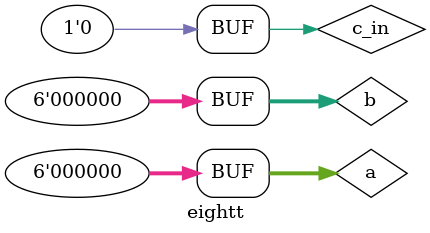
<source format=v>
`timescale 1ns / 1ps


module eightt;

	// Inputs
	reg [5:0] a;
	reg [5:0] b;
	reg c_in;

	// Outputs
	wire [7:0] S;
	wire c_out;

	// Instantiate the Unit Under Test (UUT)
	eight uut (
		.a(a), 
		.b(b), 
		.c_in(c_in), 
		.S(S), 
		.c_out(c_out)
	);

	initial begin
		// Initialize Inputs
		a = 5'd0;
		b = 5'd0;
		c_in = 0;

		// Wait 100 ns for global reset to finish
		#0.25;
		repeat(64)
		begin
		repeat(63)
		begin
		b=b+5'd1;
		#0.25;
		end
		a=a+5'b1;
		b=5'd0;
		#0.25;
		end

	end
      
endmodule

</source>
